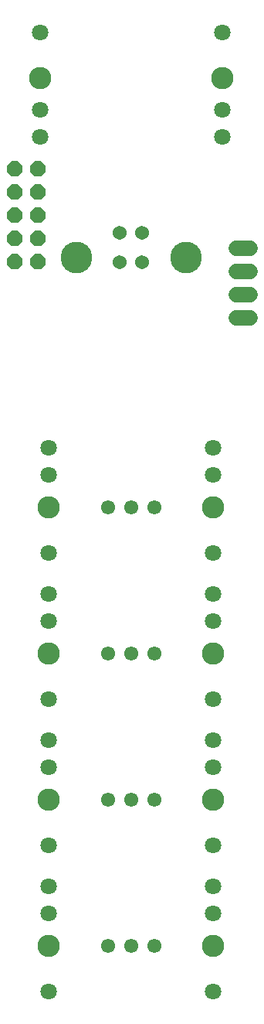
<source format=gbr>
G04 EAGLE Gerber RS-274X export*
G75*
%MOMM*%
%FSLAX34Y34*%
%LPD*%
%INSoldermask Top*%
%IPPOS*%
%AMOC8*
5,1,8,0,0,1.08239X$1,22.5*%
G01*
%ADD10C,1.802400*%
%ADD11C,2.438400*%
%ADD12C,1.532400*%
%ADD13C,3.468400*%
%ADD14C,1.552400*%
%ADD15P,1.814519X8X112.500000*%
%ADD16C,1.676400*%


D10*
X55000Y495000D03*
X55000Y580000D03*
X55000Y610000D03*
D11*
X55000Y545000D03*
D10*
X55000Y335000D03*
X55000Y420000D03*
X55000Y450000D03*
D11*
X55000Y385000D03*
D10*
X55000Y175000D03*
X55000Y260000D03*
X55000Y290000D03*
D11*
X55000Y225000D03*
D10*
X55000Y15000D03*
X55000Y100000D03*
X55000Y130000D03*
D11*
X55000Y65000D03*
D10*
X235000Y495000D03*
X235000Y580000D03*
X235000Y610000D03*
D11*
X235000Y545000D03*
D10*
X235000Y335000D03*
X235000Y420000D03*
X235000Y450000D03*
D11*
X235000Y385000D03*
D10*
X235000Y175000D03*
X235000Y260000D03*
X235000Y290000D03*
D11*
X235000Y225000D03*
D10*
X235000Y15000D03*
X235000Y100000D03*
X235000Y130000D03*
D11*
X235000Y65000D03*
D12*
X132500Y845000D03*
X157500Y845000D03*
X157500Y813000D03*
X132500Y813000D03*
D13*
X84800Y818000D03*
X205200Y818000D03*
D14*
X170400Y545000D03*
X145000Y545000D03*
X119600Y545000D03*
X170400Y385000D03*
X145000Y385000D03*
X119600Y385000D03*
X170400Y225000D03*
X145000Y225000D03*
X119600Y225000D03*
X170400Y65000D03*
X145000Y65000D03*
X119600Y65000D03*
D15*
X42700Y814200D03*
X42700Y839600D03*
X42700Y865000D03*
X42700Y890400D03*
X42700Y915800D03*
X17300Y814200D03*
X17300Y839600D03*
X17300Y865000D03*
X17300Y890400D03*
X17300Y915800D03*
D16*
X260380Y751900D02*
X275620Y751900D01*
X275620Y777300D02*
X260380Y777300D01*
X260380Y802700D02*
X275620Y802700D01*
X275620Y828100D02*
X260380Y828100D01*
D10*
X45000Y1065000D03*
X45000Y980000D03*
X45000Y950000D03*
D11*
X45000Y1015000D03*
D10*
X245000Y1065000D03*
X245000Y980000D03*
X245000Y950000D03*
D11*
X245000Y1015000D03*
M02*

</source>
